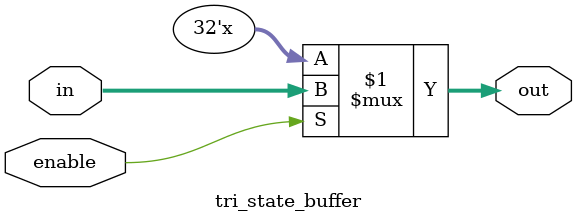
<source format=v>
module tri_state_buffer(in, enable, out);
    input [31:0] in;
    input enable;

    output [31:0] out;

    assign out = enable ? in : 32'bz;
endmodule
</source>
